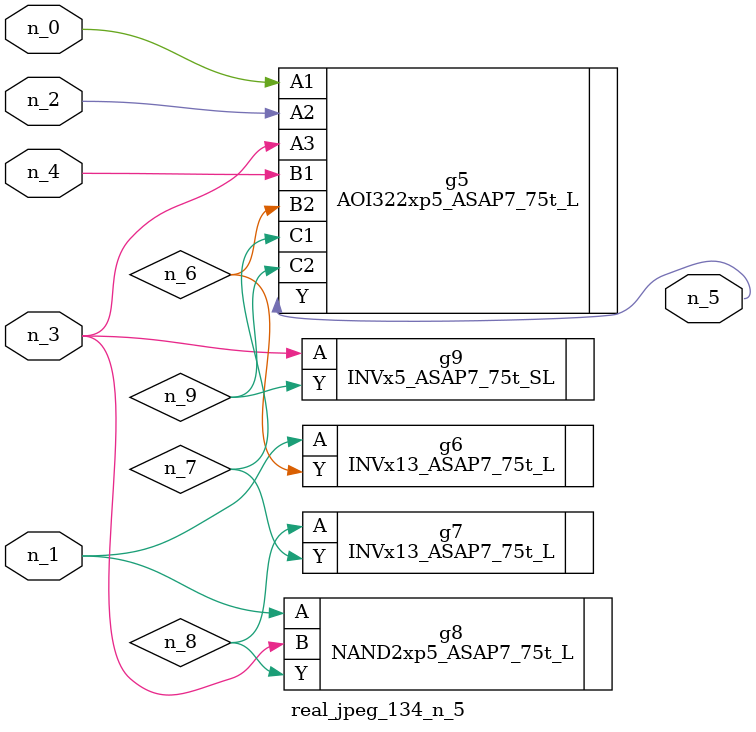
<source format=v>
module real_jpeg_134_n_5 (n_4, n_0, n_1, n_2, n_3, n_5);

input n_4;
input n_0;
input n_1;
input n_2;
input n_3;

output n_5;

wire n_8;
wire n_6;
wire n_7;
wire n_9;

AOI322xp5_ASAP7_75t_L g5 ( 
.A1(n_0),
.A2(n_2),
.A3(n_3),
.B1(n_4),
.B2(n_6),
.C1(n_7),
.C2(n_9),
.Y(n_5)
);

INVx13_ASAP7_75t_L g6 ( 
.A(n_1),
.Y(n_6)
);

NAND2xp5_ASAP7_75t_L g8 ( 
.A(n_1),
.B(n_3),
.Y(n_8)
);

INVx5_ASAP7_75t_SL g9 ( 
.A(n_3),
.Y(n_9)
);

INVx13_ASAP7_75t_L g7 ( 
.A(n_8),
.Y(n_7)
);


endmodule
</source>
